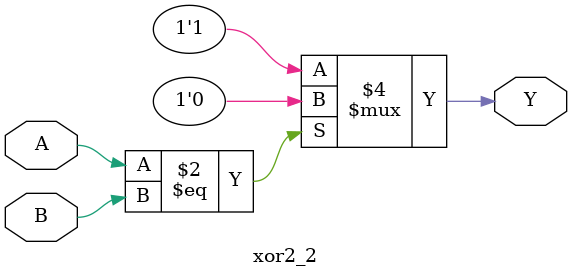
<source format=sv>
module xor2_2 (
    input wire A, B,
    output reg Y
);
    always @(A or B) begin
        if (A == B)
            Y = 0; // 相等时输出0
        else
            Y = 1; // 不相等时输出1
    end
endmodule

</source>
